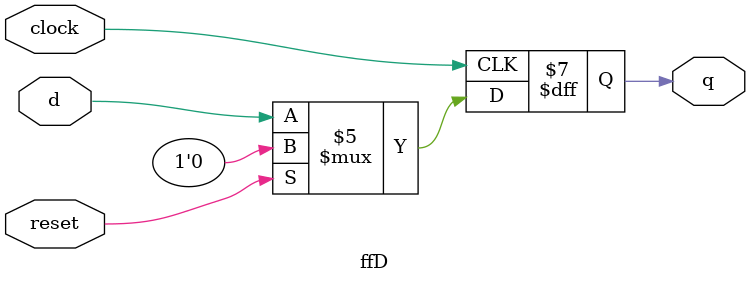
<source format=v>
module ffD(clock, q, d, reset);

	input d, clock, reset;
	output reg q;

	initial begin
		q = 1'b0;
	end

	always @(posedge clock)
	begin
		if(reset==1'b0) 
			q <= d;
		else 
			q <= 1'b0;
	end
endmodule

</source>
